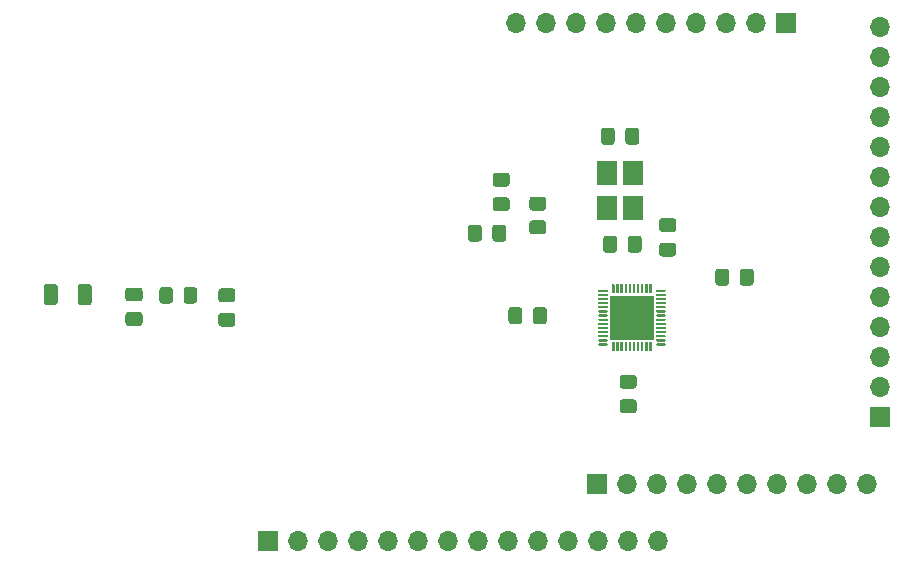
<source format=gbr>
%TF.GenerationSoftware,KiCad,Pcbnew,(5.1.10)-1*%
%TF.CreationDate,2022-01-27T03:50:03-08:00*%
%TF.ProjectId,schematic,73636865-6d61-4746-9963-2e6b69636164,rev?*%
%TF.SameCoordinates,Original*%
%TF.FileFunction,Soldermask,Top*%
%TF.FilePolarity,Negative*%
%FSLAX46Y46*%
G04 Gerber Fmt 4.6, Leading zero omitted, Abs format (unit mm)*
G04 Created by KiCad (PCBNEW (5.1.10)-1) date 2022-01-27 03:50:03*
%MOMM*%
%LPD*%
G01*
G04 APERTURE LIST*
%ADD10O,1.700000X1.700000*%
%ADD11R,1.700000X1.700000*%
%ADD12R,1.800000X2.100000*%
%ADD13R,3.700000X3.700000*%
G04 APERTURE END LIST*
%TO.C,C4*%
G36*
G01*
X158321500Y-85580200D02*
X158321500Y-86530200D01*
G75*
G02*
X158071500Y-86780200I-250000J0D01*
G01*
X157396500Y-86780200D01*
G75*
G02*
X157146500Y-86530200I0J250000D01*
G01*
X157146500Y-85580200D01*
G75*
G02*
X157396500Y-85330200I250000J0D01*
G01*
X158071500Y-85330200D01*
G75*
G02*
X158321500Y-85580200I0J-250000D01*
G01*
G37*
G36*
G01*
X160396500Y-85580200D02*
X160396500Y-86530200D01*
G75*
G02*
X160146500Y-86780200I-250000J0D01*
G01*
X159471500Y-86780200D01*
G75*
G02*
X159221500Y-86530200I0J250000D01*
G01*
X159221500Y-85580200D01*
G75*
G02*
X159471500Y-85330200I250000J0D01*
G01*
X160146500Y-85330200D01*
G75*
G02*
X160396500Y-85580200I0J-250000D01*
G01*
G37*
%TD*%
%TO.C,C5*%
G36*
G01*
X161750500Y-92565200D02*
X161750500Y-93515200D01*
G75*
G02*
X161500500Y-93765200I-250000J0D01*
G01*
X160825500Y-93765200D01*
G75*
G02*
X160575500Y-93515200I0J250000D01*
G01*
X160575500Y-92565200D01*
G75*
G02*
X160825500Y-92315200I250000J0D01*
G01*
X161500500Y-92315200D01*
G75*
G02*
X161750500Y-92565200I0J-250000D01*
G01*
G37*
G36*
G01*
X163825500Y-92565200D02*
X163825500Y-93515200D01*
G75*
G02*
X163575500Y-93765200I-250000J0D01*
G01*
X162900500Y-93765200D01*
G75*
G02*
X162650500Y-93515200I0J250000D01*
G01*
X162650500Y-92565200D01*
G75*
G02*
X162900500Y-92315200I250000J0D01*
G01*
X163575500Y-92315200D01*
G75*
G02*
X163825500Y-92565200I0J-250000D01*
G01*
G37*
%TD*%
D10*
%TO.C,J5*%
X192036700Y-68567300D03*
X192036700Y-71107300D03*
X192036700Y-73647300D03*
X192036700Y-76187300D03*
X192036700Y-78727300D03*
X192036700Y-81267300D03*
X192036700Y-83807300D03*
X192036700Y-86347300D03*
X192036700Y-88887300D03*
X192036700Y-91427300D03*
X192036700Y-93967300D03*
X192036700Y-96507300D03*
X192036700Y-99047300D03*
D11*
X192036700Y-101587300D03*
%TD*%
D10*
%TO.C,J3*%
X161201100Y-68287900D03*
X163741100Y-68287900D03*
X166281100Y-68287900D03*
X168821100Y-68287900D03*
X171361100Y-68287900D03*
X173901100Y-68287900D03*
X176441100Y-68287900D03*
X178981100Y-68287900D03*
X181521100Y-68287900D03*
D11*
X184061100Y-68287900D03*
%TD*%
D10*
%TO.C,J2*%
X190957200Y-107315000D03*
X188417200Y-107315000D03*
X185877200Y-107315000D03*
X183337200Y-107315000D03*
X180797200Y-107315000D03*
X178257200Y-107315000D03*
X175717200Y-107315000D03*
X173177200Y-107315000D03*
X170637200Y-107315000D03*
D11*
X168097200Y-107315000D03*
%TD*%
D10*
%TO.C,J1*%
X173266100Y-112077500D03*
X170726100Y-112077500D03*
X168186100Y-112077500D03*
X165646100Y-112077500D03*
X163106100Y-112077500D03*
X160566100Y-112077500D03*
X158026100Y-112077500D03*
X155486100Y-112077500D03*
X152946100Y-112077500D03*
X150406100Y-112077500D03*
X147866100Y-112077500D03*
X145326100Y-112077500D03*
X142786100Y-112077500D03*
D11*
X140246100Y-112077500D03*
%TD*%
D12*
%TO.C,Y1*%
X171148100Y-80987900D03*
X171148100Y-83887900D03*
X168948100Y-83887900D03*
X168948100Y-80987900D03*
%TD*%
D13*
%TO.C,U1*%
X171030900Y-93205300D03*
G36*
G01*
X169355900Y-91105300D02*
X169355900Y-90405300D01*
G75*
G02*
X169405900Y-90355300I50000J0D01*
G01*
X169505900Y-90355300D01*
G75*
G02*
X169555900Y-90405300I0J-50000D01*
G01*
X169555900Y-91105300D01*
G75*
G02*
X169505900Y-91155300I-50000J0D01*
G01*
X169405900Y-91155300D01*
G75*
G02*
X169355900Y-91105300I0J50000D01*
G01*
G37*
G36*
G01*
X169705900Y-91105300D02*
X169705900Y-90405300D01*
G75*
G02*
X169755900Y-90355300I50000J0D01*
G01*
X169855900Y-90355300D01*
G75*
G02*
X169905900Y-90405300I0J-50000D01*
G01*
X169905900Y-91105300D01*
G75*
G02*
X169855900Y-91155300I-50000J0D01*
G01*
X169755900Y-91155300D01*
G75*
G02*
X169705900Y-91105300I0J50000D01*
G01*
G37*
G36*
G01*
X170055900Y-91105300D02*
X170055900Y-90405300D01*
G75*
G02*
X170105900Y-90355300I50000J0D01*
G01*
X170205900Y-90355300D01*
G75*
G02*
X170255900Y-90405300I0J-50000D01*
G01*
X170255900Y-91105300D01*
G75*
G02*
X170205900Y-91155300I-50000J0D01*
G01*
X170105900Y-91155300D01*
G75*
G02*
X170055900Y-91105300I0J50000D01*
G01*
G37*
G36*
G01*
X170405900Y-91105300D02*
X170405900Y-90405300D01*
G75*
G02*
X170455900Y-90355300I50000J0D01*
G01*
X170555900Y-90355300D01*
G75*
G02*
X170605900Y-90405300I0J-50000D01*
G01*
X170605900Y-91105300D01*
G75*
G02*
X170555900Y-91155300I-50000J0D01*
G01*
X170455900Y-91155300D01*
G75*
G02*
X170405900Y-91105300I0J50000D01*
G01*
G37*
G36*
G01*
X170755900Y-91105300D02*
X170755900Y-90405300D01*
G75*
G02*
X170805900Y-90355300I50000J0D01*
G01*
X170905900Y-90355300D01*
G75*
G02*
X170955900Y-90405300I0J-50000D01*
G01*
X170955900Y-91105300D01*
G75*
G02*
X170905900Y-91155300I-50000J0D01*
G01*
X170805900Y-91155300D01*
G75*
G02*
X170755900Y-91105300I0J50000D01*
G01*
G37*
G36*
G01*
X171105900Y-91105300D02*
X171105900Y-90405300D01*
G75*
G02*
X171155900Y-90355300I50000J0D01*
G01*
X171255900Y-90355300D01*
G75*
G02*
X171305900Y-90405300I0J-50000D01*
G01*
X171305900Y-91105300D01*
G75*
G02*
X171255900Y-91155300I-50000J0D01*
G01*
X171155900Y-91155300D01*
G75*
G02*
X171105900Y-91105300I0J50000D01*
G01*
G37*
G36*
G01*
X171455900Y-91105300D02*
X171455900Y-90405300D01*
G75*
G02*
X171505900Y-90355300I50000J0D01*
G01*
X171605900Y-90355300D01*
G75*
G02*
X171655900Y-90405300I0J-50000D01*
G01*
X171655900Y-91105300D01*
G75*
G02*
X171605900Y-91155300I-50000J0D01*
G01*
X171505900Y-91155300D01*
G75*
G02*
X171455900Y-91105300I0J50000D01*
G01*
G37*
G36*
G01*
X171805900Y-91105300D02*
X171805900Y-90405300D01*
G75*
G02*
X171855900Y-90355300I50000J0D01*
G01*
X171955900Y-90355300D01*
G75*
G02*
X172005900Y-90405300I0J-50000D01*
G01*
X172005900Y-91105300D01*
G75*
G02*
X171955900Y-91155300I-50000J0D01*
G01*
X171855900Y-91155300D01*
G75*
G02*
X171805900Y-91105300I0J50000D01*
G01*
G37*
G36*
G01*
X172155900Y-91105300D02*
X172155900Y-90405300D01*
G75*
G02*
X172205900Y-90355300I50000J0D01*
G01*
X172305900Y-90355300D01*
G75*
G02*
X172355900Y-90405300I0J-50000D01*
G01*
X172355900Y-91105300D01*
G75*
G02*
X172305900Y-91155300I-50000J0D01*
G01*
X172205900Y-91155300D01*
G75*
G02*
X172155900Y-91105300I0J50000D01*
G01*
G37*
G36*
G01*
X172505900Y-91105300D02*
X172505900Y-90405300D01*
G75*
G02*
X172555900Y-90355300I50000J0D01*
G01*
X172655900Y-90355300D01*
G75*
G02*
X172705900Y-90405300I0J-50000D01*
G01*
X172705900Y-91105300D01*
G75*
G02*
X172655900Y-91155300I-50000J0D01*
G01*
X172555900Y-91155300D01*
G75*
G02*
X172505900Y-91105300I0J50000D01*
G01*
G37*
G36*
G01*
X173080900Y-90980300D02*
X173080900Y-90880300D01*
G75*
G02*
X173130900Y-90830300I50000J0D01*
G01*
X173830900Y-90830300D01*
G75*
G02*
X173880900Y-90880300I0J-50000D01*
G01*
X173880900Y-90980300D01*
G75*
G02*
X173830900Y-91030300I-50000J0D01*
G01*
X173130900Y-91030300D01*
G75*
G02*
X173080900Y-90980300I0J50000D01*
G01*
G37*
G36*
G01*
X173080900Y-91330300D02*
X173080900Y-91230300D01*
G75*
G02*
X173130900Y-91180300I50000J0D01*
G01*
X173830900Y-91180300D01*
G75*
G02*
X173880900Y-91230300I0J-50000D01*
G01*
X173880900Y-91330300D01*
G75*
G02*
X173830900Y-91380300I-50000J0D01*
G01*
X173130900Y-91380300D01*
G75*
G02*
X173080900Y-91330300I0J50000D01*
G01*
G37*
G36*
G01*
X173080900Y-91680300D02*
X173080900Y-91580300D01*
G75*
G02*
X173130900Y-91530300I50000J0D01*
G01*
X173830900Y-91530300D01*
G75*
G02*
X173880900Y-91580300I0J-50000D01*
G01*
X173880900Y-91680300D01*
G75*
G02*
X173830900Y-91730300I-50000J0D01*
G01*
X173130900Y-91730300D01*
G75*
G02*
X173080900Y-91680300I0J50000D01*
G01*
G37*
G36*
G01*
X173080900Y-92030300D02*
X173080900Y-91930300D01*
G75*
G02*
X173130900Y-91880300I50000J0D01*
G01*
X173830900Y-91880300D01*
G75*
G02*
X173880900Y-91930300I0J-50000D01*
G01*
X173880900Y-92030300D01*
G75*
G02*
X173830900Y-92080300I-50000J0D01*
G01*
X173130900Y-92080300D01*
G75*
G02*
X173080900Y-92030300I0J50000D01*
G01*
G37*
G36*
G01*
X173080900Y-92380300D02*
X173080900Y-92280300D01*
G75*
G02*
X173130900Y-92230300I50000J0D01*
G01*
X173830900Y-92230300D01*
G75*
G02*
X173880900Y-92280300I0J-50000D01*
G01*
X173880900Y-92380300D01*
G75*
G02*
X173830900Y-92430300I-50000J0D01*
G01*
X173130900Y-92430300D01*
G75*
G02*
X173080900Y-92380300I0J50000D01*
G01*
G37*
G36*
G01*
X173080900Y-92730300D02*
X173080900Y-92630300D01*
G75*
G02*
X173130900Y-92580300I50000J0D01*
G01*
X173830900Y-92580300D01*
G75*
G02*
X173880900Y-92630300I0J-50000D01*
G01*
X173880900Y-92730300D01*
G75*
G02*
X173830900Y-92780300I-50000J0D01*
G01*
X173130900Y-92780300D01*
G75*
G02*
X173080900Y-92730300I0J50000D01*
G01*
G37*
G36*
G01*
X173080900Y-93080300D02*
X173080900Y-92980300D01*
G75*
G02*
X173130900Y-92930300I50000J0D01*
G01*
X173830900Y-92930300D01*
G75*
G02*
X173880900Y-92980300I0J-50000D01*
G01*
X173880900Y-93080300D01*
G75*
G02*
X173830900Y-93130300I-50000J0D01*
G01*
X173130900Y-93130300D01*
G75*
G02*
X173080900Y-93080300I0J50000D01*
G01*
G37*
G36*
G01*
X173080900Y-93430300D02*
X173080900Y-93330300D01*
G75*
G02*
X173130900Y-93280300I50000J0D01*
G01*
X173830900Y-93280300D01*
G75*
G02*
X173880900Y-93330300I0J-50000D01*
G01*
X173880900Y-93430300D01*
G75*
G02*
X173830900Y-93480300I-50000J0D01*
G01*
X173130900Y-93480300D01*
G75*
G02*
X173080900Y-93430300I0J50000D01*
G01*
G37*
G36*
G01*
X173080900Y-93780300D02*
X173080900Y-93680300D01*
G75*
G02*
X173130900Y-93630300I50000J0D01*
G01*
X173830900Y-93630300D01*
G75*
G02*
X173880900Y-93680300I0J-50000D01*
G01*
X173880900Y-93780300D01*
G75*
G02*
X173830900Y-93830300I-50000J0D01*
G01*
X173130900Y-93830300D01*
G75*
G02*
X173080900Y-93780300I0J50000D01*
G01*
G37*
G36*
G01*
X173080900Y-94130300D02*
X173080900Y-94030300D01*
G75*
G02*
X173130900Y-93980300I50000J0D01*
G01*
X173830900Y-93980300D01*
G75*
G02*
X173880900Y-94030300I0J-50000D01*
G01*
X173880900Y-94130300D01*
G75*
G02*
X173830900Y-94180300I-50000J0D01*
G01*
X173130900Y-94180300D01*
G75*
G02*
X173080900Y-94130300I0J50000D01*
G01*
G37*
G36*
G01*
X173080900Y-94480300D02*
X173080900Y-94380300D01*
G75*
G02*
X173130900Y-94330300I50000J0D01*
G01*
X173830900Y-94330300D01*
G75*
G02*
X173880900Y-94380300I0J-50000D01*
G01*
X173880900Y-94480300D01*
G75*
G02*
X173830900Y-94530300I-50000J0D01*
G01*
X173130900Y-94530300D01*
G75*
G02*
X173080900Y-94480300I0J50000D01*
G01*
G37*
G36*
G01*
X173080900Y-94830300D02*
X173080900Y-94730300D01*
G75*
G02*
X173130900Y-94680300I50000J0D01*
G01*
X173830900Y-94680300D01*
G75*
G02*
X173880900Y-94730300I0J-50000D01*
G01*
X173880900Y-94830300D01*
G75*
G02*
X173830900Y-94880300I-50000J0D01*
G01*
X173130900Y-94880300D01*
G75*
G02*
X173080900Y-94830300I0J50000D01*
G01*
G37*
G36*
G01*
X173080900Y-95180300D02*
X173080900Y-95080300D01*
G75*
G02*
X173130900Y-95030300I50000J0D01*
G01*
X173830900Y-95030300D01*
G75*
G02*
X173880900Y-95080300I0J-50000D01*
G01*
X173880900Y-95180300D01*
G75*
G02*
X173830900Y-95230300I-50000J0D01*
G01*
X173130900Y-95230300D01*
G75*
G02*
X173080900Y-95180300I0J50000D01*
G01*
G37*
G36*
G01*
X173080900Y-95530300D02*
X173080900Y-95430300D01*
G75*
G02*
X173130900Y-95380300I50000J0D01*
G01*
X173830900Y-95380300D01*
G75*
G02*
X173880900Y-95430300I0J-50000D01*
G01*
X173880900Y-95530300D01*
G75*
G02*
X173830900Y-95580300I-50000J0D01*
G01*
X173130900Y-95580300D01*
G75*
G02*
X173080900Y-95530300I0J50000D01*
G01*
G37*
G36*
G01*
X172505900Y-96005300D02*
X172505900Y-95305300D01*
G75*
G02*
X172555900Y-95255300I50000J0D01*
G01*
X172655900Y-95255300D01*
G75*
G02*
X172705900Y-95305300I0J-50000D01*
G01*
X172705900Y-96005300D01*
G75*
G02*
X172655900Y-96055300I-50000J0D01*
G01*
X172555900Y-96055300D01*
G75*
G02*
X172505900Y-96005300I0J50000D01*
G01*
G37*
G36*
G01*
X172155900Y-96005300D02*
X172155900Y-95305300D01*
G75*
G02*
X172205900Y-95255300I50000J0D01*
G01*
X172305900Y-95255300D01*
G75*
G02*
X172355900Y-95305300I0J-50000D01*
G01*
X172355900Y-96005300D01*
G75*
G02*
X172305900Y-96055300I-50000J0D01*
G01*
X172205900Y-96055300D01*
G75*
G02*
X172155900Y-96005300I0J50000D01*
G01*
G37*
G36*
G01*
X171805900Y-96005300D02*
X171805900Y-95305300D01*
G75*
G02*
X171855900Y-95255300I50000J0D01*
G01*
X171955900Y-95255300D01*
G75*
G02*
X172005900Y-95305300I0J-50000D01*
G01*
X172005900Y-96005300D01*
G75*
G02*
X171955900Y-96055300I-50000J0D01*
G01*
X171855900Y-96055300D01*
G75*
G02*
X171805900Y-96005300I0J50000D01*
G01*
G37*
G36*
G01*
X171455900Y-96005300D02*
X171455900Y-95305300D01*
G75*
G02*
X171505900Y-95255300I50000J0D01*
G01*
X171605900Y-95255300D01*
G75*
G02*
X171655900Y-95305300I0J-50000D01*
G01*
X171655900Y-96005300D01*
G75*
G02*
X171605900Y-96055300I-50000J0D01*
G01*
X171505900Y-96055300D01*
G75*
G02*
X171455900Y-96005300I0J50000D01*
G01*
G37*
G36*
G01*
X171105900Y-96005300D02*
X171105900Y-95305300D01*
G75*
G02*
X171155900Y-95255300I50000J0D01*
G01*
X171255900Y-95255300D01*
G75*
G02*
X171305900Y-95305300I0J-50000D01*
G01*
X171305900Y-96005300D01*
G75*
G02*
X171255900Y-96055300I-50000J0D01*
G01*
X171155900Y-96055300D01*
G75*
G02*
X171105900Y-96005300I0J50000D01*
G01*
G37*
G36*
G01*
X170755900Y-96005300D02*
X170755900Y-95305300D01*
G75*
G02*
X170805900Y-95255300I50000J0D01*
G01*
X170905900Y-95255300D01*
G75*
G02*
X170955900Y-95305300I0J-50000D01*
G01*
X170955900Y-96005300D01*
G75*
G02*
X170905900Y-96055300I-50000J0D01*
G01*
X170805900Y-96055300D01*
G75*
G02*
X170755900Y-96005300I0J50000D01*
G01*
G37*
G36*
G01*
X170405900Y-96005300D02*
X170405900Y-95305300D01*
G75*
G02*
X170455900Y-95255300I50000J0D01*
G01*
X170555900Y-95255300D01*
G75*
G02*
X170605900Y-95305300I0J-50000D01*
G01*
X170605900Y-96005300D01*
G75*
G02*
X170555900Y-96055300I-50000J0D01*
G01*
X170455900Y-96055300D01*
G75*
G02*
X170405900Y-96005300I0J50000D01*
G01*
G37*
G36*
G01*
X170055900Y-96005300D02*
X170055900Y-95305300D01*
G75*
G02*
X170105900Y-95255300I50000J0D01*
G01*
X170205900Y-95255300D01*
G75*
G02*
X170255900Y-95305300I0J-50000D01*
G01*
X170255900Y-96005300D01*
G75*
G02*
X170205900Y-96055300I-50000J0D01*
G01*
X170105900Y-96055300D01*
G75*
G02*
X170055900Y-96005300I0J50000D01*
G01*
G37*
G36*
G01*
X169705900Y-96005300D02*
X169705900Y-95305300D01*
G75*
G02*
X169755900Y-95255300I50000J0D01*
G01*
X169855900Y-95255300D01*
G75*
G02*
X169905900Y-95305300I0J-50000D01*
G01*
X169905900Y-96005300D01*
G75*
G02*
X169855900Y-96055300I-50000J0D01*
G01*
X169755900Y-96055300D01*
G75*
G02*
X169705900Y-96005300I0J50000D01*
G01*
G37*
G36*
G01*
X169355900Y-96005300D02*
X169355900Y-95305300D01*
G75*
G02*
X169405900Y-95255300I50000J0D01*
G01*
X169505900Y-95255300D01*
G75*
G02*
X169555900Y-95305300I0J-50000D01*
G01*
X169555900Y-96005300D01*
G75*
G02*
X169505900Y-96055300I-50000J0D01*
G01*
X169405900Y-96055300D01*
G75*
G02*
X169355900Y-96005300I0J50000D01*
G01*
G37*
G36*
G01*
X168180900Y-95530300D02*
X168180900Y-95430300D01*
G75*
G02*
X168230900Y-95380300I50000J0D01*
G01*
X168930900Y-95380300D01*
G75*
G02*
X168980900Y-95430300I0J-50000D01*
G01*
X168980900Y-95530300D01*
G75*
G02*
X168930900Y-95580300I-50000J0D01*
G01*
X168230900Y-95580300D01*
G75*
G02*
X168180900Y-95530300I0J50000D01*
G01*
G37*
G36*
G01*
X168180900Y-95180300D02*
X168180900Y-95080300D01*
G75*
G02*
X168230900Y-95030300I50000J0D01*
G01*
X168930900Y-95030300D01*
G75*
G02*
X168980900Y-95080300I0J-50000D01*
G01*
X168980900Y-95180300D01*
G75*
G02*
X168930900Y-95230300I-50000J0D01*
G01*
X168230900Y-95230300D01*
G75*
G02*
X168180900Y-95180300I0J50000D01*
G01*
G37*
G36*
G01*
X168180900Y-94830300D02*
X168180900Y-94730300D01*
G75*
G02*
X168230900Y-94680300I50000J0D01*
G01*
X168930900Y-94680300D01*
G75*
G02*
X168980900Y-94730300I0J-50000D01*
G01*
X168980900Y-94830300D01*
G75*
G02*
X168930900Y-94880300I-50000J0D01*
G01*
X168230900Y-94880300D01*
G75*
G02*
X168180900Y-94830300I0J50000D01*
G01*
G37*
G36*
G01*
X168180900Y-94480300D02*
X168180900Y-94380300D01*
G75*
G02*
X168230900Y-94330300I50000J0D01*
G01*
X168930900Y-94330300D01*
G75*
G02*
X168980900Y-94380300I0J-50000D01*
G01*
X168980900Y-94480300D01*
G75*
G02*
X168930900Y-94530300I-50000J0D01*
G01*
X168230900Y-94530300D01*
G75*
G02*
X168180900Y-94480300I0J50000D01*
G01*
G37*
G36*
G01*
X168180900Y-94130300D02*
X168180900Y-94030300D01*
G75*
G02*
X168230900Y-93980300I50000J0D01*
G01*
X168930900Y-93980300D01*
G75*
G02*
X168980900Y-94030300I0J-50000D01*
G01*
X168980900Y-94130300D01*
G75*
G02*
X168930900Y-94180300I-50000J0D01*
G01*
X168230900Y-94180300D01*
G75*
G02*
X168180900Y-94130300I0J50000D01*
G01*
G37*
G36*
G01*
X168180900Y-93780300D02*
X168180900Y-93680300D01*
G75*
G02*
X168230900Y-93630300I50000J0D01*
G01*
X168930900Y-93630300D01*
G75*
G02*
X168980900Y-93680300I0J-50000D01*
G01*
X168980900Y-93780300D01*
G75*
G02*
X168930900Y-93830300I-50000J0D01*
G01*
X168230900Y-93830300D01*
G75*
G02*
X168180900Y-93780300I0J50000D01*
G01*
G37*
G36*
G01*
X168180900Y-93430300D02*
X168180900Y-93330300D01*
G75*
G02*
X168230900Y-93280300I50000J0D01*
G01*
X168930900Y-93280300D01*
G75*
G02*
X168980900Y-93330300I0J-50000D01*
G01*
X168980900Y-93430300D01*
G75*
G02*
X168930900Y-93480300I-50000J0D01*
G01*
X168230900Y-93480300D01*
G75*
G02*
X168180900Y-93430300I0J50000D01*
G01*
G37*
G36*
G01*
X168180900Y-93080300D02*
X168180900Y-92980300D01*
G75*
G02*
X168230900Y-92930300I50000J0D01*
G01*
X168930900Y-92930300D01*
G75*
G02*
X168980900Y-92980300I0J-50000D01*
G01*
X168980900Y-93080300D01*
G75*
G02*
X168930900Y-93130300I-50000J0D01*
G01*
X168230900Y-93130300D01*
G75*
G02*
X168180900Y-93080300I0J50000D01*
G01*
G37*
G36*
G01*
X168180900Y-92730300D02*
X168180900Y-92630300D01*
G75*
G02*
X168230900Y-92580300I50000J0D01*
G01*
X168930900Y-92580300D01*
G75*
G02*
X168980900Y-92630300I0J-50000D01*
G01*
X168980900Y-92730300D01*
G75*
G02*
X168930900Y-92780300I-50000J0D01*
G01*
X168230900Y-92780300D01*
G75*
G02*
X168180900Y-92730300I0J50000D01*
G01*
G37*
G36*
G01*
X168180900Y-92380300D02*
X168180900Y-92280300D01*
G75*
G02*
X168230900Y-92230300I50000J0D01*
G01*
X168930900Y-92230300D01*
G75*
G02*
X168980900Y-92280300I0J-50000D01*
G01*
X168980900Y-92380300D01*
G75*
G02*
X168930900Y-92430300I-50000J0D01*
G01*
X168230900Y-92430300D01*
G75*
G02*
X168180900Y-92380300I0J50000D01*
G01*
G37*
G36*
G01*
X168180900Y-92030300D02*
X168180900Y-91930300D01*
G75*
G02*
X168230900Y-91880300I50000J0D01*
G01*
X168930900Y-91880300D01*
G75*
G02*
X168980900Y-91930300I0J-50000D01*
G01*
X168980900Y-92030300D01*
G75*
G02*
X168930900Y-92080300I-50000J0D01*
G01*
X168230900Y-92080300D01*
G75*
G02*
X168180900Y-92030300I0J50000D01*
G01*
G37*
G36*
G01*
X168180900Y-91680300D02*
X168180900Y-91580300D01*
G75*
G02*
X168230900Y-91530300I50000J0D01*
G01*
X168930900Y-91530300D01*
G75*
G02*
X168980900Y-91580300I0J-50000D01*
G01*
X168980900Y-91680300D01*
G75*
G02*
X168930900Y-91730300I-50000J0D01*
G01*
X168230900Y-91730300D01*
G75*
G02*
X168180900Y-91680300I0J50000D01*
G01*
G37*
G36*
G01*
X168180900Y-91330300D02*
X168180900Y-91230300D01*
G75*
G02*
X168230900Y-91180300I50000J0D01*
G01*
X168930900Y-91180300D01*
G75*
G02*
X168980900Y-91230300I0J-50000D01*
G01*
X168980900Y-91330300D01*
G75*
G02*
X168930900Y-91380300I-50000J0D01*
G01*
X168230900Y-91380300D01*
G75*
G02*
X168180900Y-91330300I0J50000D01*
G01*
G37*
G36*
G01*
X168180900Y-90980300D02*
X168180900Y-90880300D01*
G75*
G02*
X168230900Y-90830300I50000J0D01*
G01*
X168930900Y-90830300D01*
G75*
G02*
X168980900Y-90880300I0J-50000D01*
G01*
X168980900Y-90980300D01*
G75*
G02*
X168930900Y-91030300I-50000J0D01*
G01*
X168230900Y-91030300D01*
G75*
G02*
X168180900Y-90980300I0J50000D01*
G01*
G37*
%TD*%
%TO.C,R1*%
G36*
G01*
X162605299Y-84966000D02*
X163505301Y-84966000D01*
G75*
G02*
X163755300Y-85215999I0J-249999D01*
G01*
X163755300Y-85916001D01*
G75*
G02*
X163505301Y-86166000I-249999J0D01*
G01*
X162605299Y-86166000D01*
G75*
G02*
X162355300Y-85916001I0J249999D01*
G01*
X162355300Y-85215999D01*
G75*
G02*
X162605299Y-84966000I249999J0D01*
G01*
G37*
G36*
G01*
X162605299Y-82966000D02*
X163505301Y-82966000D01*
G75*
G02*
X163755300Y-83215999I0J-249999D01*
G01*
X163755300Y-83916001D01*
G75*
G02*
X163505301Y-84166000I-249999J0D01*
G01*
X162605299Y-84166000D01*
G75*
G02*
X162355300Y-83916001I0J249999D01*
G01*
X162355300Y-83215999D01*
G75*
G02*
X162605299Y-82966000I249999J0D01*
G01*
G37*
%TD*%
%TO.C,L1*%
G36*
G01*
X133072400Y-91763001D02*
X133072400Y-90862999D01*
G75*
G02*
X133322399Y-90613000I249999J0D01*
G01*
X133972401Y-90613000D01*
G75*
G02*
X134222400Y-90862999I0J-249999D01*
G01*
X134222400Y-91763001D01*
G75*
G02*
X133972401Y-92013000I-249999J0D01*
G01*
X133322399Y-92013000D01*
G75*
G02*
X133072400Y-91763001I0J249999D01*
G01*
G37*
G36*
G01*
X131022400Y-91763001D02*
X131022400Y-90862999D01*
G75*
G02*
X131272399Y-90613000I249999J0D01*
G01*
X131922401Y-90613000D01*
G75*
G02*
X132172400Y-90862999I0J-249999D01*
G01*
X132172400Y-91763001D01*
G75*
G02*
X131922401Y-92013000I-249999J0D01*
G01*
X131272399Y-92013000D01*
G75*
G02*
X131022400Y-91763001I0J249999D01*
G01*
G37*
%TD*%
%TO.C,C10*%
G36*
G01*
X180158900Y-90251300D02*
X180158900Y-89301300D01*
G75*
G02*
X180408900Y-89051300I250000J0D01*
G01*
X181083900Y-89051300D01*
G75*
G02*
X181333900Y-89301300I0J-250000D01*
G01*
X181333900Y-90251300D01*
G75*
G02*
X181083900Y-90501300I-250000J0D01*
G01*
X180408900Y-90501300D01*
G75*
G02*
X180158900Y-90251300I0J250000D01*
G01*
G37*
G36*
G01*
X178083900Y-90251300D02*
X178083900Y-89301300D01*
G75*
G02*
X178333900Y-89051300I250000J0D01*
G01*
X179008900Y-89051300D01*
G75*
G02*
X179258900Y-89301300I0J-250000D01*
G01*
X179258900Y-90251300D01*
G75*
G02*
X179008900Y-90501300I-250000J0D01*
G01*
X178333900Y-90501300D01*
G75*
G02*
X178083900Y-90251300I0J250000D01*
G01*
G37*
%TD*%
%TO.C,C9*%
G36*
G01*
X174528500Y-85956900D02*
X173578500Y-85956900D01*
G75*
G02*
X173328500Y-85706900I0J250000D01*
G01*
X173328500Y-85031900D01*
G75*
G02*
X173578500Y-84781900I250000J0D01*
G01*
X174528500Y-84781900D01*
G75*
G02*
X174778500Y-85031900I0J-250000D01*
G01*
X174778500Y-85706900D01*
G75*
G02*
X174528500Y-85956900I-250000J0D01*
G01*
G37*
G36*
G01*
X174528500Y-88031900D02*
X173578500Y-88031900D01*
G75*
G02*
X173328500Y-87781900I0J250000D01*
G01*
X173328500Y-87106900D01*
G75*
G02*
X173578500Y-86856900I250000J0D01*
G01*
X174528500Y-86856900D01*
G75*
G02*
X174778500Y-87106900I0J-250000D01*
G01*
X174778500Y-87781900D01*
G75*
G02*
X174528500Y-88031900I-250000J0D01*
G01*
G37*
%TD*%
%TO.C,C8*%
G36*
G01*
X170238400Y-100128400D02*
X171188400Y-100128400D01*
G75*
G02*
X171438400Y-100378400I0J-250000D01*
G01*
X171438400Y-101053400D01*
G75*
G02*
X171188400Y-101303400I-250000J0D01*
G01*
X170238400Y-101303400D01*
G75*
G02*
X169988400Y-101053400I0J250000D01*
G01*
X169988400Y-100378400D01*
G75*
G02*
X170238400Y-100128400I250000J0D01*
G01*
G37*
G36*
G01*
X170238400Y-98053400D02*
X171188400Y-98053400D01*
G75*
G02*
X171438400Y-98303400I0J-250000D01*
G01*
X171438400Y-98978400D01*
G75*
G02*
X171188400Y-99228400I-250000J0D01*
G01*
X170238400Y-99228400D01*
G75*
G02*
X169988400Y-98978400I0J250000D01*
G01*
X169988400Y-98303400D01*
G75*
G02*
X170238400Y-98053400I250000J0D01*
G01*
G37*
%TD*%
%TO.C,C7*%
G36*
G01*
X169772000Y-86520000D02*
X169772000Y-87470000D01*
G75*
G02*
X169522000Y-87720000I-250000J0D01*
G01*
X168847000Y-87720000D01*
G75*
G02*
X168597000Y-87470000I0J250000D01*
G01*
X168597000Y-86520000D01*
G75*
G02*
X168847000Y-86270000I250000J0D01*
G01*
X169522000Y-86270000D01*
G75*
G02*
X169772000Y-86520000I0J-250000D01*
G01*
G37*
G36*
G01*
X171847000Y-86520000D02*
X171847000Y-87470000D01*
G75*
G02*
X171597000Y-87720000I-250000J0D01*
G01*
X170922000Y-87720000D01*
G75*
G02*
X170672000Y-87470000I0J250000D01*
G01*
X170672000Y-86520000D01*
G75*
G02*
X170922000Y-86270000I250000J0D01*
G01*
X171597000Y-86270000D01*
G75*
G02*
X171847000Y-86520000I0J-250000D01*
G01*
G37*
%TD*%
%TO.C,C6*%
G36*
G01*
X170473700Y-78326000D02*
X170473700Y-77376000D01*
G75*
G02*
X170723700Y-77126000I250000J0D01*
G01*
X171398700Y-77126000D01*
G75*
G02*
X171648700Y-77376000I0J-250000D01*
G01*
X171648700Y-78326000D01*
G75*
G02*
X171398700Y-78576000I-250000J0D01*
G01*
X170723700Y-78576000D01*
G75*
G02*
X170473700Y-78326000I0J250000D01*
G01*
G37*
G36*
G01*
X168398700Y-78326000D02*
X168398700Y-77376000D01*
G75*
G02*
X168648700Y-77126000I250000J0D01*
G01*
X169323700Y-77126000D01*
G75*
G02*
X169573700Y-77376000I0J-250000D01*
G01*
X169573700Y-78326000D01*
G75*
G02*
X169323700Y-78576000I-250000J0D01*
G01*
X168648700Y-78576000D01*
G75*
G02*
X168398700Y-78326000I0J250000D01*
G01*
G37*
%TD*%
%TO.C,C3*%
G36*
G01*
X159481500Y-83016600D02*
X160431500Y-83016600D01*
G75*
G02*
X160681500Y-83266600I0J-250000D01*
G01*
X160681500Y-83941600D01*
G75*
G02*
X160431500Y-84191600I-250000J0D01*
G01*
X159481500Y-84191600D01*
G75*
G02*
X159231500Y-83941600I0J250000D01*
G01*
X159231500Y-83266600D01*
G75*
G02*
X159481500Y-83016600I250000J0D01*
G01*
G37*
G36*
G01*
X159481500Y-80941600D02*
X160431500Y-80941600D01*
G75*
G02*
X160681500Y-81191600I0J-250000D01*
G01*
X160681500Y-81866600D01*
G75*
G02*
X160431500Y-82116600I-250000J0D01*
G01*
X159481500Y-82116600D01*
G75*
G02*
X159231500Y-81866600I0J250000D01*
G01*
X159231500Y-81191600D01*
G75*
G02*
X159481500Y-80941600I250000J0D01*
G01*
G37*
%TD*%
%TO.C,C2*%
G36*
G01*
X136253200Y-92800500D02*
X137203200Y-92800500D01*
G75*
G02*
X137453200Y-93050500I0J-250000D01*
G01*
X137453200Y-93725500D01*
G75*
G02*
X137203200Y-93975500I-250000J0D01*
G01*
X136253200Y-93975500D01*
G75*
G02*
X136003200Y-93725500I0J250000D01*
G01*
X136003200Y-93050500D01*
G75*
G02*
X136253200Y-92800500I250000J0D01*
G01*
G37*
G36*
G01*
X136253200Y-90725500D02*
X137203200Y-90725500D01*
G75*
G02*
X137453200Y-90975500I0J-250000D01*
G01*
X137453200Y-91650500D01*
G75*
G02*
X137203200Y-91900500I-250000J0D01*
G01*
X136253200Y-91900500D01*
G75*
G02*
X136003200Y-91650500I0J250000D01*
G01*
X136003200Y-90975500D01*
G75*
G02*
X136253200Y-90725500I250000J0D01*
G01*
G37*
%TD*%
%TO.C,C1*%
G36*
G01*
X128391900Y-92737000D02*
X129341900Y-92737000D01*
G75*
G02*
X129591900Y-92987000I0J-250000D01*
G01*
X129591900Y-93662000D01*
G75*
G02*
X129341900Y-93912000I-250000J0D01*
G01*
X128391900Y-93912000D01*
G75*
G02*
X128141900Y-93662000I0J250000D01*
G01*
X128141900Y-92987000D01*
G75*
G02*
X128391900Y-92737000I250000J0D01*
G01*
G37*
G36*
G01*
X128391900Y-90662000D02*
X129341900Y-90662000D01*
G75*
G02*
X129591900Y-90912000I0J-250000D01*
G01*
X129591900Y-91587000D01*
G75*
G02*
X129341900Y-91837000I-250000J0D01*
G01*
X128391900Y-91837000D01*
G75*
G02*
X128141900Y-91587000I0J250000D01*
G01*
X128141900Y-90912000D01*
G75*
G02*
X128391900Y-90662000I250000J0D01*
G01*
G37*
%TD*%
%TO.C,AE1*%
G36*
G01*
X122414000Y-90599499D02*
X122414000Y-91899501D01*
G75*
G02*
X122164001Y-92149500I-249999J0D01*
G01*
X121463999Y-92149500D01*
G75*
G02*
X121214000Y-91899501I0J249999D01*
G01*
X121214000Y-90599499D01*
G75*
G02*
X121463999Y-90349500I249999J0D01*
G01*
X122164001Y-90349500D01*
G75*
G02*
X122414000Y-90599499I0J-249999D01*
G01*
G37*
G36*
G01*
X125314000Y-90599499D02*
X125314000Y-91899501D01*
G75*
G02*
X125064001Y-92149500I-249999J0D01*
G01*
X124363999Y-92149500D01*
G75*
G02*
X124114000Y-91899501I0J249999D01*
G01*
X124114000Y-90599499D01*
G75*
G02*
X124363999Y-90349500I249999J0D01*
G01*
X125064001Y-90349500D01*
G75*
G02*
X125314000Y-90599499I0J-249999D01*
G01*
G37*
%TD*%
M02*

</source>
